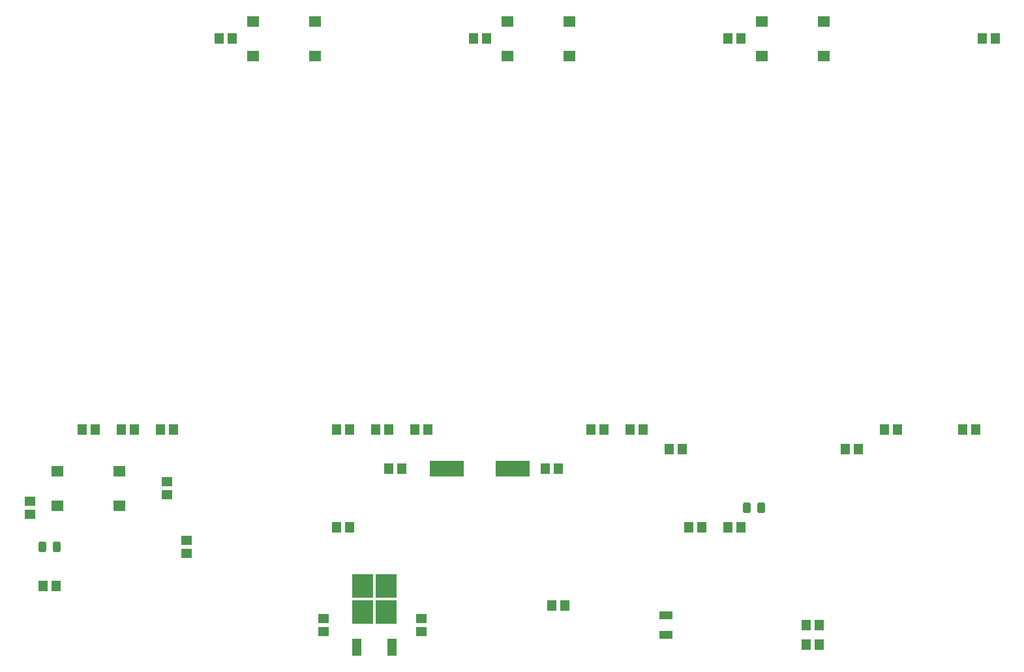
<source format=gbr>
%TF.GenerationSoftware,KiCad,Pcbnew,(6.0.5-0)*%
%TF.CreationDate,2022-07-17T16:53:02-04:00*%
%TF.ProjectId,YWS_clock,5957535f-636c-46f6-936b-2e6b69636164,rev?*%
%TF.SameCoordinates,PX4b17a20PY8a12ae0*%
%TF.FileFunction,Paste,Top*%
%TF.FilePolarity,Positive*%
%FSLAX46Y46*%
G04 Gerber Fmt 4.6, Leading zero omitted, Abs format (unit mm)*
G04 Created by KiCad (PCBNEW (6.0.5-0)) date 2022-07-17 16:53:02*
%MOMM*%
%LPD*%
G01*
G04 APERTURE LIST*
G04 Aperture macros list*
%AMRoundRect*
0 Rectangle with rounded corners*
0 $1 Rounding radius*
0 $2 $3 $4 $5 $6 $7 $8 $9 X,Y pos of 4 corners*
0 Add a 4 corners polygon primitive as box body*
4,1,4,$2,$3,$4,$5,$6,$7,$8,$9,$2,$3,0*
0 Add four circle primitives for the rounded corners*
1,1,$1+$1,$2,$3*
1,1,$1+$1,$4,$5*
1,1,$1+$1,$6,$7*
1,1,$1+$1,$8,$9*
0 Add four rect primitives between the rounded corners*
20,1,$1+$1,$2,$3,$4,$5,0*
20,1,$1+$1,$4,$5,$6,$7,0*
20,1,$1+$1,$6,$7,$8,$9,0*
20,1,$1+$1,$8,$9,$2,$3,0*%
G04 Aperture macros list end*
%ADD10R,1.150000X1.400000*%
%ADD11R,1.400000X1.150000*%
%ADD12R,1.800000X1.000000*%
%ADD13R,1.600000X1.400000*%
%ADD14R,4.500000X2.000000*%
%ADD15R,2.750000X3.050000*%
%ADD16R,1.200000X2.200000*%
%ADD17RoundRect,0.243750X0.243750X0.456250X-0.243750X0.456250X-0.243750X-0.456250X0.243750X-0.456250X0*%
G04 APERTURE END LIST*
D10*
%TO.C,C9*%
X11850000Y33020000D03*
X13550000Y33020000D03*
%TD*%
D11*
%TO.C,C6*%
X43180000Y6770000D03*
X43180000Y8470000D03*
%TD*%
D12*
%TO.C,Y1*%
X87650000Y8870000D03*
X87650000Y6370000D03*
%TD*%
D10*
%TO.C,R16*%
X8470000Y12700000D03*
X6770000Y12700000D03*
%TD*%
%TO.C,R5*%
X105830000Y7620000D03*
X107530000Y7620000D03*
%TD*%
%TO.C,C14*%
X77890000Y33020000D03*
X79590000Y33020000D03*
%TD*%
%TO.C,R6*%
X107530000Y5080000D03*
X105830000Y5080000D03*
%TD*%
D13*
%TO.C,SW3*%
X67120000Y86070000D03*
X75120000Y86070000D03*
X67120000Y81570000D03*
X75120000Y81570000D03*
%TD*%
D10*
%TO.C,R13*%
X95670000Y83820000D03*
X97370000Y83820000D03*
%TD*%
%TO.C,C3*%
X71980000Y27940000D03*
X73680000Y27940000D03*
%TD*%
%TO.C,R1*%
X44870000Y20320000D03*
X46570000Y20320000D03*
%TD*%
%TO.C,C12*%
X82970000Y33020000D03*
X84670000Y33020000D03*
%TD*%
%TO.C,R15*%
X128690000Y83820000D03*
X130390000Y83820000D03*
%TD*%
%TO.C,C8*%
X16930000Y33020000D03*
X18630000Y33020000D03*
%TD*%
%TO.C,R11*%
X29630000Y83820000D03*
X31330000Y83820000D03*
%TD*%
D14*
%TO.C,Y2*%
X67750000Y27940000D03*
X59250000Y27940000D03*
%TD*%
D13*
%TO.C,SW2*%
X34100000Y86070000D03*
X42100000Y86070000D03*
X34100000Y81570000D03*
X42100000Y81570000D03*
%TD*%
D10*
%TO.C,R10*%
X56730000Y33020000D03*
X55030000Y33020000D03*
%TD*%
D11*
%TO.C,R4*%
X22860000Y26250000D03*
X22860000Y24550000D03*
%TD*%
D13*
%TO.C,SW4*%
X100140000Y86070000D03*
X108140000Y86070000D03*
X100140000Y81570000D03*
X108140000Y81570000D03*
%TD*%
D10*
%TO.C,C13*%
X49950000Y33020000D03*
X51650000Y33020000D03*
%TD*%
D15*
%TO.C,U1*%
X51310000Y9350000D03*
X51310000Y12700000D03*
X48260000Y12700000D03*
X48260000Y9350000D03*
D16*
X47505000Y4725000D03*
X52065000Y4725000D03*
%TD*%
D10*
%TO.C,R7*%
X23710000Y33020000D03*
X22010000Y33020000D03*
%TD*%
%TO.C,R9*%
X89750000Y30480000D03*
X88050000Y30480000D03*
%TD*%
%TO.C,C2*%
X90590000Y20320000D03*
X92290000Y20320000D03*
%TD*%
%TO.C,C1*%
X72810000Y10160000D03*
X74510000Y10160000D03*
%TD*%
D17*
%TO.C,D6*%
X8557500Y17780000D03*
X6682500Y17780000D03*
%TD*%
D10*
%TO.C,C11*%
X110910000Y30480000D03*
X112610000Y30480000D03*
%TD*%
%TO.C,C15*%
X44870000Y33020000D03*
X46570000Y33020000D03*
%TD*%
D11*
%TO.C,C7*%
X55880000Y6770000D03*
X55880000Y8470000D03*
%TD*%
D10*
%TO.C,C4*%
X53360000Y27940000D03*
X51660000Y27940000D03*
%TD*%
%TO.C,R8*%
X126150000Y33020000D03*
X127850000Y33020000D03*
%TD*%
D17*
%TO.C,D1*%
X99997500Y22860000D03*
X98122500Y22860000D03*
%TD*%
D10*
%TO.C,R2*%
X95670000Y20320000D03*
X97370000Y20320000D03*
%TD*%
D11*
%TO.C,C5*%
X5080000Y22010000D03*
X5080000Y23710000D03*
%TD*%
D10*
%TO.C,R12*%
X62650000Y83820000D03*
X64350000Y83820000D03*
%TD*%
%TO.C,C10*%
X115990000Y33020000D03*
X117690000Y33020000D03*
%TD*%
D13*
%TO.C,SW1*%
X16700000Y23150000D03*
X8700000Y23150000D03*
X16700000Y27650000D03*
X8700000Y27650000D03*
%TD*%
D11*
%TO.C,R3*%
X25400000Y16930000D03*
X25400000Y18630000D03*
%TD*%
M02*

</source>
